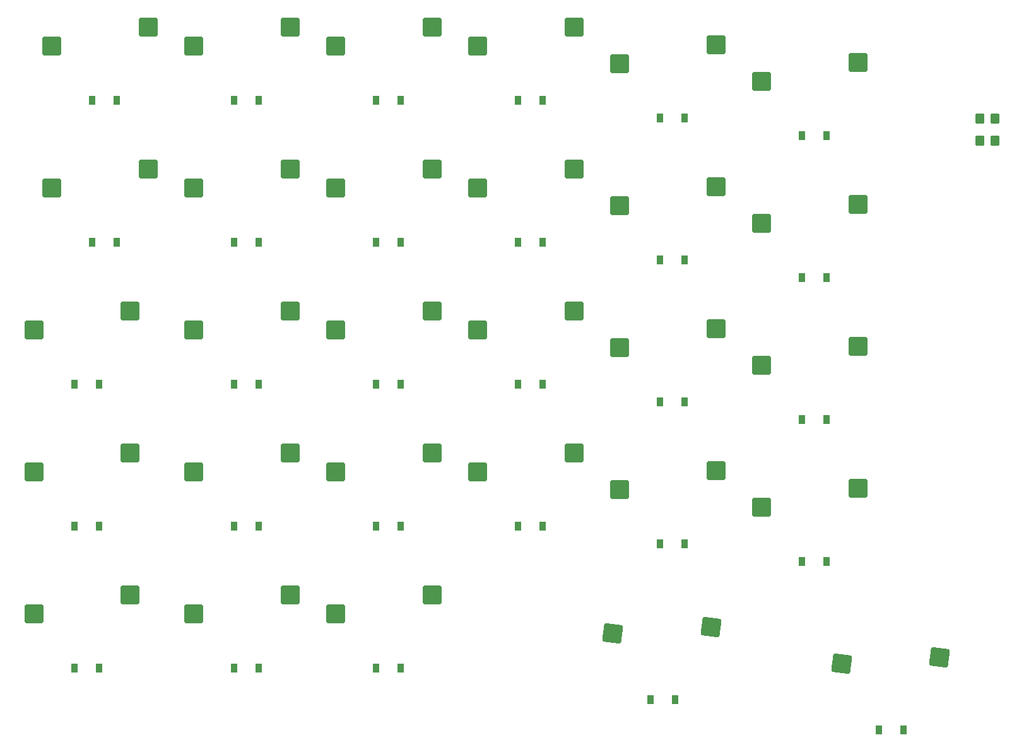
<source format=gbr>
%TF.GenerationSoftware,KiCad,Pcbnew,(6.0.4)*%
%TF.CreationDate,2022-10-11T17:38:10-05:00*%
%TF.ProjectId,GummyKey_Left,47756d6d-794b-4657-995f-4c6566742e6b,rev?*%
%TF.SameCoordinates,Original*%
%TF.FileFunction,Paste,Bot*%
%TF.FilePolarity,Positive*%
%FSLAX46Y46*%
G04 Gerber Fmt 4.6, Leading zero omitted, Abs format (unit mm)*
G04 Created by KiCad (PCBNEW (6.0.4)) date 2022-10-11 17:38:10*
%MOMM*%
%LPD*%
G01*
G04 APERTURE LIST*
G04 Aperture macros list*
%AMRoundRect*
0 Rectangle with rounded corners*
0 $1 Rounding radius*
0 $2 $3 $4 $5 $6 $7 $8 $9 X,Y pos of 4 corners*
0 Add a 4 corners polygon primitive as box body*
4,1,4,$2,$3,$4,$5,$6,$7,$8,$9,$2,$3,0*
0 Add four circle primitives for the rounded corners*
1,1,$1+$1,$2,$3*
1,1,$1+$1,$4,$5*
1,1,$1+$1,$6,$7*
1,1,$1+$1,$8,$9*
0 Add four rect primitives between the rounded corners*
20,1,$1+$1,$2,$3,$4,$5,0*
20,1,$1+$1,$4,$5,$6,$7,0*
20,1,$1+$1,$6,$7,$8,$9,0*
20,1,$1+$1,$8,$9,$2,$3,0*%
G04 Aperture macros list end*
%ADD10RoundRect,0.250000X-1.025000X-1.000000X1.025000X-1.000000X1.025000X1.000000X-1.025000X1.000000X0*%
%ADD11RoundRect,0.250000X-1.146757X-0.857656X0.885705X-1.125234X1.146757X0.857656X-0.885705X1.125234X0*%
%ADD12R,0.900000X1.200000*%
%ADD13RoundRect,0.250000X-0.350000X-0.450000X0.350000X-0.450000X0.350000X0.450000X-0.350000X0.450000X0*%
G04 APERTURE END LIST*
D10*
%TO.C,K18*%
X178652500Y-95091250D03*
X191579500Y-92551250D03*
%TD*%
%TO.C,K1*%
X83402500Y-52228750D03*
X96329500Y-49688750D03*
%TD*%
%TO.C,K10*%
X140552500Y-71278750D03*
X153479500Y-68738750D03*
%TD*%
%TO.C,K2*%
X102452500Y-52228750D03*
X115379500Y-49688750D03*
%TD*%
%TO.C,K23*%
X159602500Y-111760000D03*
X172529500Y-109220000D03*
%TD*%
%TO.C,K27*%
X121502500Y-128428750D03*
X134429500Y-125888750D03*
%TD*%
%TO.C,K6*%
X178652500Y-56991250D03*
X191579500Y-54451250D03*
%TD*%
D11*
%TO.C,K29*%
X189398645Y-135151894D03*
X202546589Y-134320936D03*
%TD*%
%TO.C,K28*%
X158707230Y-131111292D03*
X171855174Y-130280334D03*
%TD*%
D10*
%TO.C,K24*%
X178652500Y-114141250D03*
X191579500Y-111601250D03*
%TD*%
%TO.C,K25*%
X81021250Y-128428750D03*
X93948250Y-125888750D03*
%TD*%
%TO.C,K9*%
X121502500Y-71278750D03*
X134429500Y-68738750D03*
%TD*%
%TO.C,K5*%
X159602500Y-54610000D03*
X172529500Y-52070000D03*
%TD*%
%TO.C,K20*%
X102452500Y-109378750D03*
X115379500Y-106838750D03*
%TD*%
%TO.C,K22*%
X140552500Y-109378750D03*
X153479500Y-106838750D03*
%TD*%
%TO.C,K11*%
X159602500Y-73660000D03*
X172529500Y-71120000D03*
%TD*%
%TO.C,K17*%
X159602500Y-92710000D03*
X172529500Y-90170000D03*
%TD*%
%TO.C,K3*%
X121502500Y-52228750D03*
X134429500Y-49688750D03*
%TD*%
%TO.C,K14*%
X102452500Y-90328750D03*
X115379500Y-87788750D03*
%TD*%
%TO.C,K7*%
X83402500Y-71278750D03*
X96329500Y-68738750D03*
%TD*%
%TO.C,K15*%
X121502500Y-90328750D03*
X134429500Y-87788750D03*
%TD*%
%TO.C,K19*%
X81021250Y-109378750D03*
X93948250Y-106838750D03*
%TD*%
%TO.C,K12*%
X178652500Y-76041250D03*
X191579500Y-73501250D03*
%TD*%
%TO.C,K8*%
X102452500Y-71278750D03*
X115379500Y-68738750D03*
%TD*%
%TO.C,K4*%
X140552500Y-52228750D03*
X153479500Y-49688750D03*
%TD*%
%TO.C,K21*%
X121502500Y-109378750D03*
X134429500Y-106838750D03*
%TD*%
%TO.C,K13*%
X81021250Y-90328750D03*
X93948250Y-87788750D03*
%TD*%
%TO.C,K26*%
X102452500Y-128428750D03*
X115379500Y-125888750D03*
%TD*%
%TO.C,K16*%
X140552500Y-90328750D03*
X153479500Y-87788750D03*
%TD*%
D12*
%TO.C,D20*%
X107887500Y-116681250D03*
X111187500Y-116681250D03*
%TD*%
%TO.C,D11*%
X165037500Y-80962500D03*
X168337500Y-80962500D03*
%TD*%
%TO.C,D7*%
X88837500Y-78581250D03*
X92137500Y-78581250D03*
%TD*%
%TO.C,D1*%
X88837500Y-59531250D03*
X92137500Y-59531250D03*
%TD*%
%TO.C,D10*%
X145987500Y-78581250D03*
X149287500Y-78581250D03*
%TD*%
%TO.C,D26*%
X107887500Y-135731250D03*
X111187500Y-135731250D03*
%TD*%
%TO.C,D4*%
X145987500Y-59531250D03*
X149287500Y-59531250D03*
%TD*%
%TO.C,D15*%
X126937500Y-97631250D03*
X130237500Y-97631250D03*
%TD*%
D13*
%TO.C,R1*%
X208000000Y-62000000D03*
X210000000Y-62000000D03*
%TD*%
D12*
%TO.C,D24*%
X184087500Y-121443750D03*
X187387500Y-121443750D03*
%TD*%
%TO.C,D28*%
X163750080Y-140000000D03*
X167050080Y-140000000D03*
%TD*%
%TO.C,D19*%
X86456250Y-116681250D03*
X89756250Y-116681250D03*
%TD*%
%TO.C,D9*%
X126937500Y-78581250D03*
X130237500Y-78581250D03*
%TD*%
%TO.C,D8*%
X107887500Y-78581250D03*
X111187500Y-78581250D03*
%TD*%
%TO.C,D16*%
X145987500Y-97631250D03*
X149287500Y-97631250D03*
%TD*%
%TO.C,D12*%
X184087500Y-83343750D03*
X187387500Y-83343750D03*
%TD*%
%TO.C,D3*%
X126937500Y-59531250D03*
X130237500Y-59531250D03*
%TD*%
%TO.C,D2*%
X107887500Y-59531250D03*
X111187500Y-59531250D03*
%TD*%
%TO.C,D29*%
X194441495Y-144000000D03*
X197741495Y-144000000D03*
%TD*%
%TO.C,D18*%
X184087500Y-102393750D03*
X187387500Y-102393750D03*
%TD*%
%TO.C,D14*%
X107887500Y-97631250D03*
X111187500Y-97631250D03*
%TD*%
%TO.C,D22*%
X145987500Y-116681250D03*
X149287500Y-116681250D03*
%TD*%
%TO.C,D23*%
X165037500Y-119062500D03*
X168337500Y-119062500D03*
%TD*%
%TO.C,D5*%
X165037500Y-61912500D03*
X168337500Y-61912500D03*
%TD*%
D13*
%TO.C,R2*%
X208000000Y-65000000D03*
X210000000Y-65000000D03*
%TD*%
D12*
%TO.C,D21*%
X126937500Y-116681250D03*
X130237500Y-116681250D03*
%TD*%
%TO.C,D27*%
X126937500Y-135731250D03*
X130237500Y-135731250D03*
%TD*%
%TO.C,D13*%
X86456250Y-97631250D03*
X89756250Y-97631250D03*
%TD*%
%TO.C,D17*%
X165037500Y-100012500D03*
X168337500Y-100012500D03*
%TD*%
%TO.C,D25*%
X86456250Y-135731250D03*
X89756250Y-135731250D03*
%TD*%
%TO.C,D6*%
X184087500Y-64293750D03*
X187387500Y-64293750D03*
%TD*%
M02*

</source>
